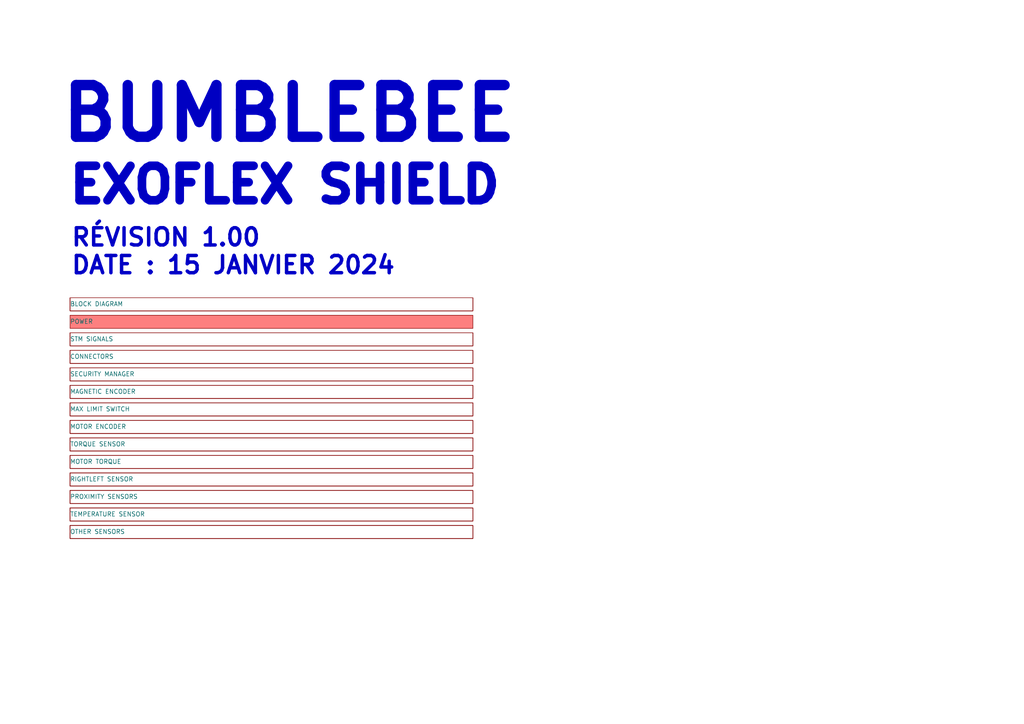
<source format=kicad_sch>
(kicad_sch (version 20211123) (generator eeschema)
  (paper "A4")
  (title_block (title "BUMBLEBEE") (date "2024-01-15") (rev "1.00") (company "ExoFlex") (comment 1 "Bumblebee") (comment 2 "Shield") (comment 3 "Micah-Élie Labrecque") (comment 4 "Patrice Dupéré"))
  (lib_symbols)
  (text "BUMBLEBEE" (at 16.51 41.91 0) (effects (font (size 15 15) (thickness 3) bold) (justify left bottom)))
  (text "EXOFLEX SHIELD" (at 19.05 59.69 0) (effects (font (size 10 10) (thickness 2.6) bold) (justify left bottom)))
  (text "RÉVISION 1.00\nDATE : 15 JANVIER 2024" (at 20.32 80.01 0) (effects (font (size 5 5) bold) (justify left bottom)))
  (sheet (at 20.32 111.76) (size 116.84 3.81) (stroke (width 0.1524))
    (property "Sheet name" "MAGNETIC ENCODER" (at 20.32 114.3 0) (effects (justify left bottom)))
    (property "Sheet file" "magnetic_encoder_amplitude.kicad_sch" (effects hide))
  )
  (sheet (at 20.32 96.52) (size 116.84 3.81) (stroke (width 0.1524))
    (property "Sheet name" "STM SIGNALS" (at 20.32 99.06 0) (effects (justify left bottom)))
    (property "Sheet file" "stmsignal.kicad_sch" (effects hide))
  )
  (sheet (at 20.32 132.08) (size 116.84 3.81) (stroke (width 0.1524))
    (property "Sheet name" "MOTOR TORQUE" (at 20.32 134.62 0) (effects (justify left bottom)))
    (property "Sheet file" "torque_motor.kicad_sch" (effects hide))
  )
  (sheet (at 20.32 127) (size 116.84 3.81) (stroke (width 0.1524))
    (property "Sheet name" "TORQUE SENSOR" (at 20.32 129.54 0) (effects (justify left bottom)))
    (property "Sheet file" "loadcells.kicad_sch" (effects hide))
  )
  (sheet (at 20.32 121.92) (size 116.84 3.81) (stroke (width 0.1524))
    (property "Sheet name" "MOTOR ENCODER" (at 20.32 124.46 0) (effects (justify left bottom)))
    (property "Sheet file" "motors.kicad_sch" (effects hide))
  )
  (sheet (at 20.32 101.6) (size 116.84 3.81) (stroke (width 0.1524))
    (property "Sheet name" "CONNECTORS" (at 20.32 104.14 0) (effects (justify left bottom)))
    (property "Sheet file" "connectors.kicad_sch" (effects hide))
  )
  (sheet (at 20.32 152.4) (size 116.84 3.81) (stroke (width 0.1524))
    (property "Sheet name" "OTHER SENSORS" (at 20.32 154.94 0) (effects (justify left bottom)))
    (property "Sheet file" "currentsensors.kicad_sch" (effects hide))
  )
  (sheet (at 20.32 86.36) (size 116.84 3.81) (stroke (width 0.1524))
    (property "Sheet name" "BLOCK DIAGRAM" (at 20.32 88.9 0) (effects (justify left bottom)))
    (property "Sheet file" "blockdiagram.kicad_sch" (effects hide))
  )
  (sheet (at 20.32 147.32) (size 116.84 3.81) (stroke (width 0.1524))
    (property "Sheet name" "TEMPERATURE SENSOR" (at 20.32 149.86 0) (effects (justify left bottom)))
    (property "Sheet file" "temperature_sensor.kicad_sch" (effects hide))
  )
  (sheet (at 20.32 106.68) (size 116.84 3.81) (stroke (width 0.1524))
    (property "Sheet name" "SECURITY MANAGER" (at 20.32 109.22 0) (effects (justify left bottom)))
    (property "Sheet file" "security_manager.kicad_sch" (effects hide))
  )
  (sheet (at 20.32 91.44) (size 116.84 3.81) (stroke (width 0.1524)) (fill (color 253 0 0 0.5000))
    (property "Sheet name" "POWER" (at 20.32 93.98 0) (effects (justify left bottom)))
    (property "Sheet file" "power.kicad_sch" (effects hide))
  )
  (sheet (at 20.32 116.84) (size 116.84 3.81) (stroke (width 0.1524))
    (property "Sheet name" "MAX LIMIT SWITCH" (at 20.32 119.38 0) (effects (justify left bottom)))
    (property "Sheet file" "limit_switch_amplitude.kicad_sch" (effects hide))
  )
  (sheet (at 20.32 137.16) (size 116.84 3.81) (stroke (width 0.1524))
    (property "Sheet name" "RIGHTLEFT SENSOR" (at 20.32 139.7 0) (effects (justify left bottom)))
    (property "Sheet file" "right_left_sensor.kicad_sch" (effects hide))
  )
  (sheet (at 20.32 142.24) (size 116.84 3.81) (stroke (width 0.1524))
    (property "Sheet name" "PROXIMITY SENSORS" (at 20.32 144.78 0) (effects (justify left bottom)))
    (property "Sheet file" "proximity_sensors.kicad_sch" (effects hide))
  )
)
</source>
